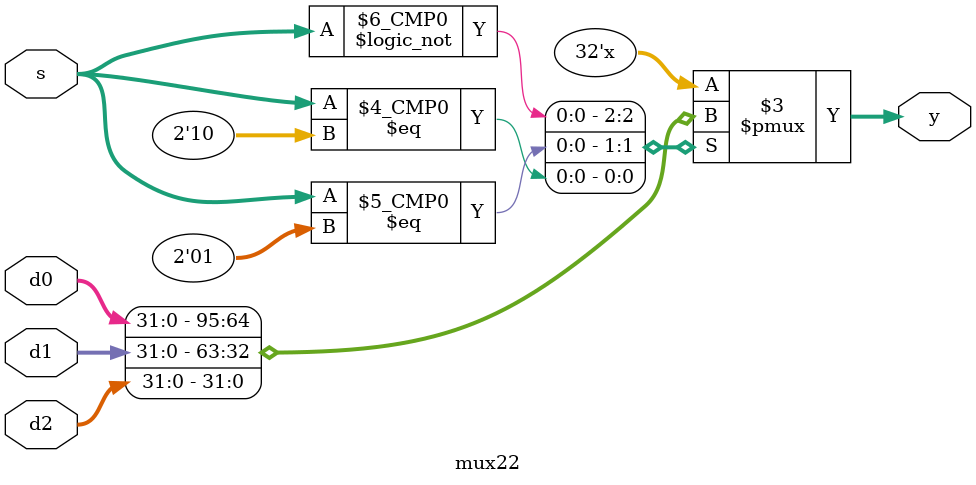
<source format=v>
module mux22
  (input [31:0] d0, d1,d2,
   input [1:0]s,
   output reg [31:0] y);
  always@(*) begin
  	case(s)
   	 	2'b00: y=d0;
    	2'b01: y=d1;
    	2'b10: y=d2;
  	endcase
  end
//      assign y = s ? d1 : d0;
endmodule

</source>
